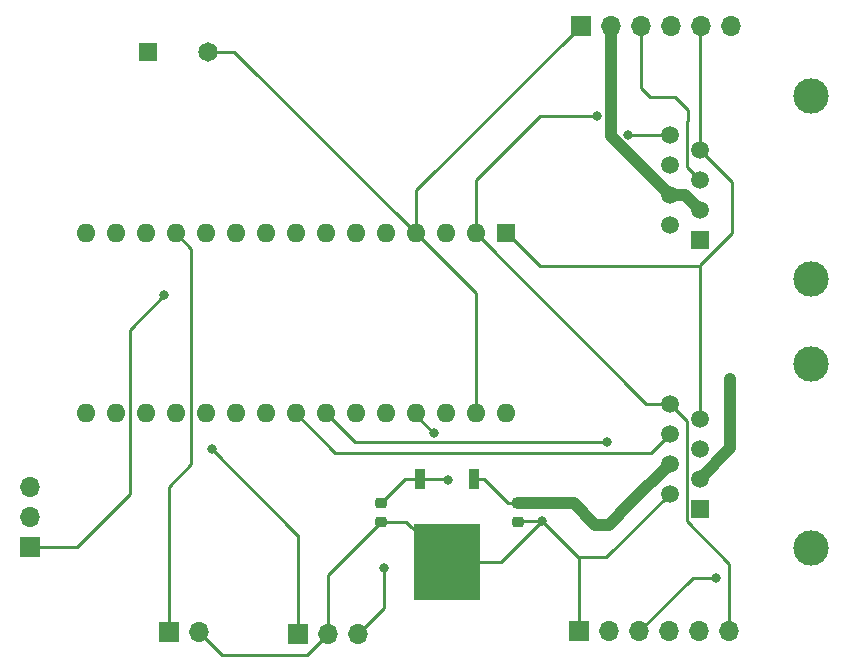
<source format=gbr>
%TF.GenerationSoftware,KiCad,Pcbnew,6.0.7-f9a2dced07~116~ubuntu22.04.1*%
%TF.CreationDate,2022-09-19T14:52:10-04:00*%
%TF.ProjectId,Main_Controller_PCB V0.1,4d61696e-5f43-46f6-9e74-726f6c6c6572,rev?*%
%TF.SameCoordinates,Original*%
%TF.FileFunction,Copper,L1,Top*%
%TF.FilePolarity,Positive*%
%FSLAX46Y46*%
G04 Gerber Fmt 4.6, Leading zero omitted, Abs format (unit mm)*
G04 Created by KiCad (PCBNEW 6.0.7-f9a2dced07~116~ubuntu22.04.1) date 2022-09-19 14:52:10*
%MOMM*%
%LPD*%
G01*
G04 APERTURE LIST*
G04 Aperture macros list*
%AMRoundRect*
0 Rectangle with rounded corners*
0 $1 Rounding radius*
0 $2 $3 $4 $5 $6 $7 $8 $9 X,Y pos of 4 corners*
0 Add a 4 corners polygon primitive as box body*
4,1,4,$2,$3,$4,$5,$6,$7,$8,$9,$2,$3,0*
0 Add four circle primitives for the rounded corners*
1,1,$1+$1,$2,$3*
1,1,$1+$1,$4,$5*
1,1,$1+$1,$6,$7*
1,1,$1+$1,$8,$9*
0 Add four rect primitives between the rounded corners*
20,1,$1+$1,$2,$3,$4,$5,0*
20,1,$1+$1,$4,$5,$6,$7,0*
20,1,$1+$1,$6,$7,$8,$9,0*
20,1,$1+$1,$8,$9,$2,$3,0*%
G04 Aperture macros list end*
%TA.AperFunction,ComponentPad*%
%ADD10R,1.700000X1.700000*%
%TD*%
%TA.AperFunction,ComponentPad*%
%ADD11O,1.700000X1.700000*%
%TD*%
%TA.AperFunction,SMDPad,CuDef*%
%ADD12RoundRect,0.225000X-0.250000X0.225000X-0.250000X-0.225000X0.250000X-0.225000X0.250000X0.225000X0*%
%TD*%
%TA.AperFunction,ComponentPad*%
%ADD13R,1.500000X1.500000*%
%TD*%
%TA.AperFunction,ComponentPad*%
%ADD14C,1.500000*%
%TD*%
%TA.AperFunction,ComponentPad*%
%ADD15C,3.000000*%
%TD*%
%TA.AperFunction,SMDPad,CuDef*%
%ADD16R,0.960000X1.730000*%
%TD*%
%TA.AperFunction,SMDPad,CuDef*%
%ADD17R,5.630000X6.490000*%
%TD*%
%TA.AperFunction,ComponentPad*%
%ADD18R,1.600000X1.600000*%
%TD*%
%TA.AperFunction,ComponentPad*%
%ADD19O,1.600000X1.600000*%
%TD*%
%TA.AperFunction,ComponentPad*%
%ADD20R,1.650000X1.650000*%
%TD*%
%TA.AperFunction,ComponentPad*%
%ADD21C,1.650000*%
%TD*%
%TA.AperFunction,ViaPad*%
%ADD22C,0.800000*%
%TD*%
%TA.AperFunction,Conductor*%
%ADD23C,0.250000*%
%TD*%
%TA.AperFunction,Conductor*%
%ADD24C,1.000000*%
%TD*%
G04 APERTURE END LIST*
D10*
%TO.P,J2,1,Pin_1*%
%TO.N,GND*%
X171850000Y-123800000D03*
D11*
%TO.P,J2,2,Pin_2*%
%TO.N,+12V*%
X174390000Y-123800000D03*
%TO.P,J2,3,Pin_3*%
%TO.N,/SCL*%
X176930000Y-123800000D03*
%TO.P,J2,4,Pin_4*%
%TO.N,/SDA*%
X179470000Y-123800000D03*
%TO.P,J2,5,Pin_5*%
%TO.N,/RXD*%
X182010000Y-123800000D03*
%TO.P,J2,6,Pin_6*%
%TO.N,/TXD*%
X184550000Y-123800000D03*
%TD*%
D12*
%TO.P,C1,1*%
%TO.N,+12V*%
X166650000Y-113000000D03*
%TO.P,C1,2*%
%TO.N,GND*%
X166650000Y-114550000D03*
%TD*%
D10*
%TO.P,J1,1,Pin_1*%
%TO.N,GND*%
X171950000Y-72550000D03*
D11*
%TO.P,J1,2,Pin_2*%
%TO.N,+12V*%
X174490000Y-72550000D03*
%TO.P,J1,3,Pin_3*%
%TO.N,/SCL*%
X177030000Y-72550000D03*
%TO.P,J1,4,Pin_4*%
%TO.N,/SDA*%
X179570000Y-72550000D03*
%TO.P,J1,5,Pin_5*%
%TO.N,/RXD*%
X182110000Y-72550000D03*
%TO.P,J1,6,Pin_6*%
%TO.N,/TXD*%
X184650000Y-72550000D03*
%TD*%
D13*
%TO.P,J7,1*%
%TO.N,GND*%
X182045000Y-113445000D03*
D14*
%TO.P,J7,2*%
X179505000Y-112175000D03*
%TO.P,J7,3*%
%TO.N,+12V*%
X182045000Y-110905000D03*
%TO.P,J7,4*%
X179505000Y-109635000D03*
%TO.P,J7,5*%
%TO.N,/SCL*%
X182045000Y-108365000D03*
%TO.P,J7,6*%
%TO.N,/SDA*%
X179505000Y-107095000D03*
%TO.P,J7,7*%
%TO.N,/RXD*%
X182045000Y-105825000D03*
%TO.P,J7,8*%
%TO.N,/TXD*%
X179505000Y-104555000D03*
D15*
%TO.P,J7,SH*%
%TO.N,N/C*%
X191445000Y-101230000D03*
X191445000Y-116770000D03*
%TD*%
D16*
%TO.P,VR1,1,INPUT*%
%TO.N,+12V*%
X162885000Y-110980000D03*
%TO.P,VR1,3,OUTPUT*%
%TO.N,+5V*%
X158315000Y-110980000D03*
D17*
%TO.P,VR1,4,GND*%
%TO.N,GND*%
X160600000Y-118000000D03*
%TD*%
D10*
%TO.P,J5,1,Pin_1*%
%TO.N,/pedal_pwm*%
X137110000Y-123900000D03*
D11*
%TO.P,J5,2,Pin_2*%
%TO.N,GND*%
X139650000Y-123900000D03*
%TD*%
D13*
%TO.P,J8,1*%
%TO.N,GND*%
X182045000Y-90695000D03*
D14*
%TO.P,J8,2*%
X179505000Y-89425000D03*
%TO.P,J8,3*%
%TO.N,+12V*%
X182045000Y-88155000D03*
%TO.P,J8,4*%
X179505000Y-86885000D03*
%TO.P,J8,5*%
%TO.N,/SCL*%
X182045000Y-85615000D03*
%TO.P,J8,6*%
%TO.N,/SDA*%
X179505000Y-84345000D03*
%TO.P,J8,7*%
%TO.N,/RXD*%
X182045000Y-83075000D03*
%TO.P,J8,8*%
%TO.N,/TXD*%
X179505000Y-81805000D03*
D15*
%TO.P,J8,SH*%
%TO.N,N/C*%
X191445000Y-78480000D03*
X191445000Y-94020000D03*
%TD*%
D10*
%TO.P,J4,1,Pin_1*%
%TO.N,/pedal*%
X148025000Y-124050000D03*
D11*
%TO.P,J4,2,Pin_2*%
%TO.N,GND*%
X150565000Y-124050000D03*
%TO.P,J4,3,Pin_3*%
%TO.N,+5V*%
X153105000Y-124050000D03*
%TD*%
D18*
%TO.P,A1,1,D1/TX*%
%TO.N,/RXD*%
X165650000Y-90140000D03*
D19*
%TO.P,A1,2,D0/RX*%
%TO.N,/TXD*%
X163110000Y-90140000D03*
%TO.P,A1,3,~{RESET}*%
%TO.N,unconnected-(A1-Pad3)*%
X160570000Y-90140000D03*
%TO.P,A1,4,GND*%
%TO.N,GND*%
X158030000Y-90140000D03*
%TO.P,A1,5,D2*%
%TO.N,unconnected-(A1-Pad5)*%
X155490000Y-90140000D03*
%TO.P,A1,6,D3*%
%TO.N,unconnected-(A1-Pad6)*%
X152950000Y-90140000D03*
%TO.P,A1,7,D4*%
%TO.N,unconnected-(A1-Pad7)*%
X150410000Y-90140000D03*
%TO.P,A1,8,D5*%
%TO.N,unconnected-(A1-Pad8)*%
X147870000Y-90140000D03*
%TO.P,A1,9,D6*%
%TO.N,/LED*%
X145330000Y-90140000D03*
%TO.P,A1,10,D7*%
%TO.N,unconnected-(A1-Pad10)*%
X142790000Y-90140000D03*
%TO.P,A1,11,D8*%
%TO.N,unconnected-(A1-Pad11)*%
X140250000Y-90140000D03*
%TO.P,A1,12,D9*%
%TO.N,/pedal_pwm*%
X137710000Y-90140000D03*
%TO.P,A1,13,D10*%
%TO.N,unconnected-(A1-Pad13)*%
X135170000Y-90140000D03*
%TO.P,A1,14,D11*%
%TO.N,unconnected-(A1-Pad14)*%
X132630000Y-90140000D03*
%TO.P,A1,15,D12*%
%TO.N,unconnected-(A1-Pad15)*%
X130090000Y-90140000D03*
%TO.P,A1,16,D13*%
%TO.N,unconnected-(A1-Pad16)*%
X130090000Y-105380000D03*
%TO.P,A1,17,3V3*%
%TO.N,unconnected-(A1-Pad17)*%
X132630000Y-105380000D03*
%TO.P,A1,18,AREF*%
%TO.N,unconnected-(A1-Pad18)*%
X135170000Y-105380000D03*
%TO.P,A1,19,A0*%
%TO.N,/pedal*%
X137710000Y-105380000D03*
%TO.P,A1,20,A1*%
%TO.N,unconnected-(A1-Pad20)*%
X140250000Y-105380000D03*
%TO.P,A1,21,A2*%
%TO.N,unconnected-(A1-Pad21)*%
X142790000Y-105380000D03*
%TO.P,A1,22,A3*%
%TO.N,unconnected-(A1-Pad22)*%
X145330000Y-105380000D03*
%TO.P,A1,23,A4*%
%TO.N,/SDA*%
X147870000Y-105380000D03*
%TO.P,A1,24,A5*%
%TO.N,/SCL*%
X150410000Y-105380000D03*
%TO.P,A1,25,A6*%
%TO.N,unconnected-(A1-Pad25)*%
X152950000Y-105380000D03*
%TO.P,A1,26,A7*%
%TO.N,unconnected-(A1-Pad26)*%
X155490000Y-105380000D03*
%TO.P,A1,27,+5V*%
%TO.N,+5V*%
X158030000Y-105380000D03*
%TO.P,A1,28,~{RESET}*%
%TO.N,unconnected-(A1-Pad28)*%
X160570000Y-105380000D03*
%TO.P,A1,29,GND*%
%TO.N,GND*%
X163110000Y-105380000D03*
%TO.P,A1,30,VIN*%
%TO.N,unconnected-(A1-Pad30)*%
X165650000Y-105380000D03*
%TD*%
D10*
%TO.P,J3,1,Pin_1*%
%TO.N,/LED*%
X125350000Y-116675000D03*
D11*
%TO.P,J3,2,Pin_2*%
%TO.N,GND*%
X125350000Y-114135000D03*
%TO.P,J3,3,Pin_3*%
%TO.N,+5V*%
X125350000Y-111595000D03*
%TD*%
D20*
%TO.P,J6,1,Pin_1*%
%TO.N,+12V*%
X135310000Y-74750000D03*
D21*
%TO.P,J6,2,Pin_2*%
%TO.N,GND*%
X140390000Y-74750000D03*
%TD*%
D12*
%TO.P,C2,1*%
%TO.N,+5V*%
X155050000Y-113000000D03*
%TO.P,C2,2*%
%TO.N,GND*%
X155050000Y-114550000D03*
%TD*%
D22*
%TO.N,/TXD*%
X176000000Y-81800000D03*
X173300000Y-80200000D03*
%TO.N,GND*%
X168700000Y-114500000D03*
%TO.N,/LED*%
X136700000Y-95400000D03*
%TO.N,/pedal*%
X140700000Y-108400000D03*
%TO.N,/SCL*%
X174200000Y-107800000D03*
X183400000Y-119300000D03*
%TO.N,+5V*%
X155300000Y-118500000D03*
X159500000Y-107075500D03*
X160700000Y-111000000D03*
%TO.N,+12V*%
X174300000Y-114800000D03*
X184600000Y-102500000D03*
%TD*%
D23*
%TO.N,/RXD*%
X182045000Y-83075000D02*
X182045000Y-72615000D01*
X182045000Y-72615000D02*
X182110000Y-72550000D01*
%TO.N,/SCL*%
X177030000Y-72550000D02*
X177030000Y-77830000D01*
X177030000Y-77830000D02*
X177824511Y-78624511D01*
X181000000Y-80640978D02*
X180970489Y-80670489D01*
X180970489Y-80670489D02*
X180970489Y-84540489D01*
X177824511Y-78624511D02*
X179924511Y-78624511D01*
X179924511Y-78624511D02*
X181000000Y-79700000D01*
X180970489Y-84540489D02*
X182045000Y-85615000D01*
X181000000Y-79700000D02*
X181000000Y-80640978D01*
%TO.N,/TXD*%
X179505000Y-104555000D02*
X177525000Y-104555000D01*
X177525000Y-104555000D02*
X163110000Y-90140000D01*
%TO.N,GND*%
X163110000Y-105380000D02*
X163110000Y-95220000D01*
X163110000Y-95220000D02*
X158030000Y-90140000D01*
X158030000Y-90140000D02*
X158030000Y-86470000D01*
X158030000Y-86470000D02*
X171950000Y-72550000D01*
X140390000Y-74750000D02*
X142640000Y-74750000D01*
X142640000Y-74750000D02*
X158030000Y-90140000D01*
%TO.N,/RXD*%
X165650000Y-90140000D02*
X165740000Y-90140000D01*
X184800000Y-90089022D02*
X182045000Y-92844022D01*
X182045000Y-92844022D02*
X182045000Y-92945000D01*
X184800000Y-85830000D02*
X184800000Y-90089022D01*
X165740000Y-90140000D02*
X168545000Y-92945000D01*
X182045000Y-92945000D02*
X182045000Y-105825000D01*
X182045000Y-83075000D02*
X184800000Y-85830000D01*
X168545000Y-92945000D02*
X182045000Y-92945000D01*
%TO.N,/TXD*%
X163100000Y-85600000D02*
X163110000Y-85610000D01*
X179505000Y-104555000D02*
X180950000Y-106000000D01*
X173300000Y-80200000D02*
X168500000Y-80200000D01*
X163110000Y-85610000D02*
X163110000Y-90140000D01*
X184550000Y-118099022D02*
X184550000Y-123800000D01*
X180950000Y-106000000D02*
X180970489Y-106000000D01*
X180970489Y-106000000D02*
X180970489Y-114519511D01*
X168500000Y-80200000D02*
X163100000Y-85600000D01*
X176005000Y-81805000D02*
X179505000Y-81805000D01*
X176000000Y-81800000D02*
X176005000Y-81805000D01*
X180970489Y-114519511D02*
X184550000Y-118099022D01*
%TO.N,GND*%
X171750000Y-117550000D02*
X171850000Y-117650000D01*
X168700000Y-114500000D02*
X171750000Y-117550000D01*
X155050000Y-114550000D02*
X157150000Y-114550000D01*
X139650000Y-123900000D02*
X141550000Y-125800000D01*
X157150000Y-114550000D02*
X160600000Y-118000000D01*
X168700000Y-114500000D02*
X165200000Y-118000000D01*
X168700000Y-114500000D02*
X166700000Y-114500000D01*
X165200000Y-118000000D02*
X160600000Y-118000000D01*
X155050000Y-114550000D02*
X150565000Y-119035000D01*
X171850000Y-123800000D02*
X171850000Y-117650000D01*
X179505000Y-112175000D02*
X174130000Y-117550000D01*
X166700000Y-114500000D02*
X166650000Y-114550000D01*
X150565000Y-119035000D02*
X150565000Y-124050000D01*
X148815000Y-125800000D02*
X150565000Y-124050000D01*
X141550000Y-125800000D02*
X148815000Y-125800000D01*
X174130000Y-117550000D02*
X171750000Y-117550000D01*
%TO.N,/LED*%
X133000000Y-113000000D02*
X133754511Y-112245489D01*
X133754511Y-112245489D02*
X133754511Y-98345489D01*
X133754511Y-98345489D02*
X136700000Y-95400000D01*
X125350000Y-116675000D02*
X129325000Y-116675000D01*
X129325000Y-116675000D02*
X133000000Y-113000000D01*
%TO.N,/pedal_pwm*%
X137110000Y-111590000D02*
X139000000Y-109700000D01*
X137110000Y-123900000D02*
X137110000Y-111590000D01*
X139000000Y-91430000D02*
X137710000Y-90140000D01*
X139000000Y-109700000D02*
X139000000Y-91430000D01*
%TO.N,/pedal*%
X148000000Y-115670000D02*
X148000000Y-115800000D01*
X147970000Y-115670000D02*
X140700000Y-108400000D01*
X148025000Y-115825000D02*
X148025000Y-124050000D01*
X148000000Y-115670000D02*
X147970000Y-115670000D01*
X148000000Y-115800000D02*
X148025000Y-115825000D01*
%TO.N,/SDA*%
X177900000Y-108700000D02*
X179505000Y-107095000D01*
X151190000Y-108700000D02*
X177900000Y-108700000D01*
X147870000Y-105380000D02*
X151190000Y-108700000D01*
%TO.N,/SCL*%
X152830000Y-107800000D02*
X174200000Y-107800000D01*
X183400000Y-119300000D02*
X181430000Y-119300000D01*
X181430000Y-119300000D02*
X176930000Y-123800000D01*
X150410000Y-105380000D02*
X152830000Y-107800000D01*
%TO.N,+5V*%
X160680000Y-110980000D02*
X160700000Y-111000000D01*
X153105000Y-124050000D02*
X155300000Y-121855000D01*
X158030000Y-105380000D02*
X158030000Y-105605500D01*
X155050000Y-113000000D02*
X157070000Y-110980000D01*
X158030000Y-105605500D02*
X159500000Y-107075500D01*
X158315000Y-110980000D02*
X160680000Y-110980000D01*
X157070000Y-110980000D02*
X158315000Y-110980000D01*
X155300000Y-121855000D02*
X155300000Y-118500000D01*
D24*
%TO.N,+12V*%
X173200000Y-114800000D02*
X171400000Y-113000000D01*
X174340000Y-114800000D02*
X174300000Y-114800000D01*
X179505000Y-109635000D02*
X176140000Y-113000000D01*
X179505000Y-86885000D02*
X180775000Y-86885000D01*
D23*
X162885000Y-110980000D02*
X163780000Y-110980000D01*
D24*
X176140000Y-113000000D02*
X174340000Y-114800000D01*
X174300000Y-114800000D02*
X173200000Y-114800000D01*
X184600000Y-102500000D02*
X184600000Y-108350000D01*
X174490000Y-72550000D02*
X174490000Y-81870000D01*
X184600000Y-108350000D02*
X182045000Y-110905000D01*
X174490000Y-81870000D02*
X179505000Y-86885000D01*
D23*
X165800000Y-113000000D02*
X166650000Y-113000000D01*
D24*
X171400000Y-113000000D02*
X166650000Y-113000000D01*
D23*
X163780000Y-110980000D02*
X165800000Y-113000000D01*
D24*
X180775000Y-86885000D02*
X182045000Y-88155000D01*
%TD*%
M02*

</source>
